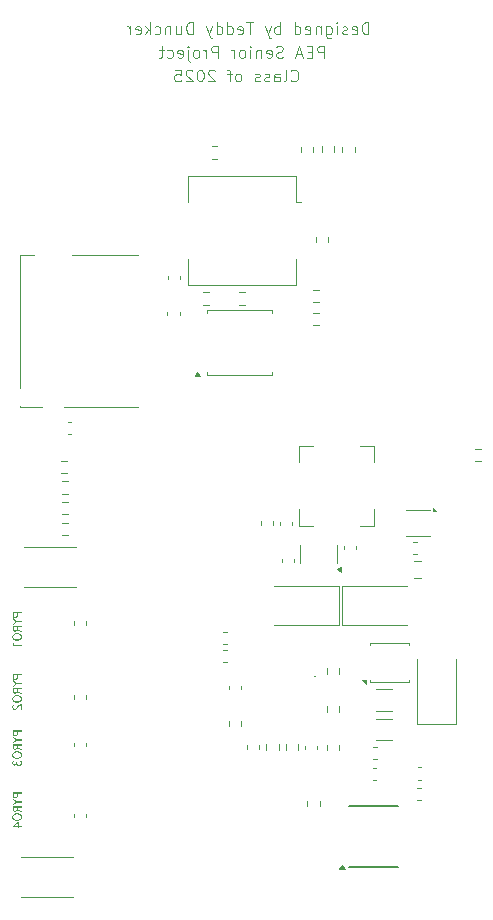
<source format=gbr>
%TF.GenerationSoftware,KiCad,Pcbnew,9.0.0*%
%TF.CreationDate,2025-04-29T18:34:20-04:00*%
%TF.ProjectId,Aurora Orbiton Edition,4175726f-7261-4204-9f72-6269746f6e20,rev?*%
%TF.SameCoordinates,Original*%
%TF.FileFunction,Legend,Bot*%
%TF.FilePolarity,Positive*%
%FSLAX46Y46*%
G04 Gerber Fmt 4.6, Leading zero omitted, Abs format (unit mm)*
G04 Created by KiCad (PCBNEW 9.0.0) date 2025-04-29 18:34:20*
%MOMM*%
%LPD*%
G01*
G04 APERTURE LIST*
%ADD10C,0.100000*%
%ADD11C,0.120000*%
%ADD12C,0.150000*%
G04 APERTURE END LIST*
D10*
G36*
X126831953Y-108918039D02*
G01*
X126533000Y-108918039D01*
X126533000Y-109010790D01*
X126527791Y-109082353D01*
X126513380Y-109140354D01*
X126491008Y-109187307D01*
X126461071Y-109225174D01*
X126422879Y-109256678D01*
X126381003Y-109278918D01*
X126334664Y-109292444D01*
X126282773Y-109297103D01*
X126222503Y-109290629D01*
X126172437Y-109272252D01*
X126143455Y-109252997D01*
X126119601Y-109228453D01*
X126100446Y-109198002D01*
X126088251Y-109163632D01*
X126079323Y-109109750D01*
X126075859Y-109031245D01*
X126151188Y-109031245D01*
X126156460Y-109095958D01*
X126169667Y-109137303D01*
X126188312Y-109162404D01*
X126214780Y-109180334D01*
X126247010Y-109191515D01*
X126286559Y-109195498D01*
X126331793Y-109190798D01*
X126371573Y-109177164D01*
X126407093Y-109154588D01*
X126426694Y-109132532D01*
X126442437Y-109099332D01*
X126453379Y-109051236D01*
X126457590Y-108983496D01*
X126457590Y-108918039D01*
X126151188Y-108918039D01*
X126151188Y-109031245D01*
X126075859Y-109031245D01*
X126075778Y-109029413D01*
X126075778Y-108820341D01*
X126831953Y-108820341D01*
X126831953Y-108918039D01*
G37*
G36*
X126830000Y-109681053D02*
G01*
X126830000Y-109583356D01*
X126473893Y-109583356D01*
X126073824Y-109339296D01*
X126073824Y-109453480D01*
X126379188Y-109642096D01*
X126073824Y-109828026D01*
X126073824Y-109923037D01*
X126473893Y-109681053D01*
X126830000Y-109681053D01*
G37*
G36*
X126830000Y-110103105D02*
G01*
X126505645Y-110103105D01*
X126505645Y-110203122D01*
X126564102Y-110258107D01*
X126631552Y-110302163D01*
X126830000Y-110406699D01*
X126830000Y-110518684D01*
X126606884Y-110398883D01*
X126555959Y-110368475D01*
X126516636Y-110338677D01*
X126490563Y-110302407D01*
X126461736Y-110361041D01*
X126432433Y-110397540D01*
X126397525Y-110424998D01*
X126358855Y-110445472D01*
X126317264Y-110458352D01*
X126274286Y-110462630D01*
X126221272Y-110456246D01*
X126172315Y-110437229D01*
X126130377Y-110407107D01*
X126100446Y-110368719D01*
X126087811Y-110338751D01*
X126079099Y-110296732D01*
X126075778Y-110239148D01*
X126075778Y-110206603D01*
X126151188Y-110206603D01*
X126156827Y-110269291D01*
X126170055Y-110303140D01*
X126191437Y-110328214D01*
X126217072Y-110346188D01*
X126246597Y-110357209D01*
X126280819Y-110361025D01*
X126320074Y-110356375D01*
X126357206Y-110342402D01*
X126389145Y-110320242D01*
X126411734Y-110292088D01*
X126424970Y-110256203D01*
X126430235Y-110199703D01*
X126430235Y-110103105D01*
X126151188Y-110103105D01*
X126151188Y-110206603D01*
X126075778Y-110206603D01*
X126075778Y-110005408D01*
X126830000Y-110005408D01*
X126830000Y-110103105D01*
G37*
G36*
X126549641Y-110590209D02*
G01*
X126629456Y-110608101D01*
X126695191Y-110635931D01*
X126749216Y-110673046D01*
X126795043Y-110721243D01*
X126827178Y-110774916D01*
X126846698Y-110835208D01*
X126853447Y-110903855D01*
X126846701Y-110972533D01*
X126827185Y-111032902D01*
X126795048Y-111086687D01*
X126749216Y-111135031D01*
X126695167Y-111172311D01*
X126629423Y-111200253D01*
X126549616Y-111218211D01*
X126452827Y-111224668D01*
X126356105Y-111218212D01*
X126276349Y-111200254D01*
X126210643Y-111172313D01*
X126156622Y-111135031D01*
X126110760Y-111086684D01*
X126078606Y-111032896D01*
X126059079Y-110972529D01*
X126052396Y-110904527D01*
X126127740Y-110904527D01*
X126133416Y-110953528D01*
X126149824Y-110995704D01*
X126177126Y-111032639D01*
X126216889Y-111065177D01*
X126262123Y-111089252D01*
X126315535Y-111107355D01*
X126378551Y-111118936D01*
X126452827Y-111123063D01*
X126527172Y-111118935D01*
X126590227Y-111107351D01*
X126643656Y-111089248D01*
X126688888Y-111065177D01*
X126728652Y-111032639D01*
X126755953Y-110995704D01*
X126772361Y-110953528D01*
X126778037Y-110904527D01*
X126772368Y-110855556D01*
X126755968Y-110813331D01*
X126728665Y-110776282D01*
X126688888Y-110743571D01*
X126643637Y-110719365D01*
X126590202Y-110701168D01*
X126527154Y-110689527D01*
X126452827Y-110685380D01*
X126378569Y-110689526D01*
X126315560Y-110701164D01*
X126262142Y-110719361D01*
X126216889Y-110743571D01*
X126177113Y-110776282D01*
X126149809Y-110813331D01*
X126133409Y-110855556D01*
X126127740Y-110904527D01*
X126052396Y-110904527D01*
X126052330Y-110903855D01*
X126059082Y-110835212D01*
X126078613Y-110774921D01*
X126110766Y-110721247D01*
X126156622Y-110673046D01*
X126210619Y-110635929D01*
X126276316Y-110608099D01*
X126356079Y-110590208D01*
X126452827Y-110583775D01*
X126549641Y-110590209D01*
G37*
G36*
X126452095Y-111458653D02*
G01*
X126376685Y-111458653D01*
X126376685Y-111515744D01*
X126370869Y-111577598D01*
X126355863Y-111619303D01*
X126331980Y-111653340D01*
X126303534Y-111678838D01*
X126270313Y-111695376D01*
X126233742Y-111700881D01*
X126202688Y-111696703D01*
X126177276Y-111684746D01*
X126156133Y-111664733D01*
X126140857Y-111639214D01*
X126131202Y-111607930D01*
X126127740Y-111569417D01*
X126130021Y-111535767D01*
X126136655Y-111505059D01*
X126148848Y-111478159D01*
X126166392Y-111459324D01*
X126188102Y-111447314D01*
X126209806Y-111443510D01*
X126215301Y-111443510D01*
X126215301Y-111357536D01*
X126209806Y-111357536D01*
X126172538Y-111362818D01*
X126136855Y-111378936D01*
X126101667Y-111407484D01*
X126076148Y-111444202D01*
X126058920Y-111497720D01*
X126052330Y-111573996D01*
X126058429Y-111646118D01*
X126074785Y-111699941D01*
X126099591Y-111739715D01*
X126134212Y-111770626D01*
X126174199Y-111788915D01*
X126221346Y-111795219D01*
X126260669Y-111791162D01*
X126297001Y-111779160D01*
X126330011Y-111759551D01*
X126359954Y-111731777D01*
X126383900Y-111695788D01*
X126404773Y-111641713D01*
X126426833Y-111700461D01*
X126453193Y-111745043D01*
X126483419Y-111778061D01*
X126520200Y-111802772D01*
X126562840Y-111817857D01*
X126612929Y-111823124D01*
X126671141Y-111816163D01*
X126725900Y-111795282D01*
X126778586Y-111759316D01*
X126810166Y-111725022D01*
X126833358Y-111682732D01*
X126848133Y-111630731D01*
X126853447Y-111566669D01*
X126846999Y-111492563D01*
X126829955Y-111439241D01*
X126804415Y-111401500D01*
X126769166Y-111372026D01*
X126732574Y-111355262D01*
X126693468Y-111349720D01*
X126693468Y-111439602D01*
X126698169Y-111439602D01*
X126722527Y-111443818D01*
X126742089Y-111456109D01*
X126758070Y-111477704D01*
X126772623Y-111519079D01*
X126778037Y-111575034D01*
X126773480Y-111619397D01*
X126760512Y-111656673D01*
X126737956Y-111687531D01*
X126704153Y-111710406D01*
X126663868Y-111724111D01*
X126619218Y-111728785D01*
X126574493Y-111722617D01*
X126535361Y-111704466D01*
X126500272Y-111673342D01*
X126475077Y-111633474D01*
X126458363Y-111578671D01*
X126452095Y-111504265D01*
X126452095Y-111458653D01*
G37*
G36*
X126831953Y-114168039D02*
G01*
X126533000Y-114168039D01*
X126533000Y-114260790D01*
X126527791Y-114332353D01*
X126513380Y-114390354D01*
X126491008Y-114437307D01*
X126461071Y-114475174D01*
X126422879Y-114506678D01*
X126381003Y-114528918D01*
X126334664Y-114542444D01*
X126282773Y-114547103D01*
X126222503Y-114540629D01*
X126172437Y-114522252D01*
X126143455Y-114502997D01*
X126119601Y-114478453D01*
X126100446Y-114448002D01*
X126088251Y-114413632D01*
X126079323Y-114359750D01*
X126075859Y-114281245D01*
X126151188Y-114281245D01*
X126156460Y-114345958D01*
X126169667Y-114387303D01*
X126188312Y-114412404D01*
X126214780Y-114430334D01*
X126247010Y-114441515D01*
X126286559Y-114445498D01*
X126331793Y-114440798D01*
X126371573Y-114427164D01*
X126407093Y-114404588D01*
X126426694Y-114382532D01*
X126442437Y-114349332D01*
X126453379Y-114301236D01*
X126457590Y-114233496D01*
X126457590Y-114168039D01*
X126151188Y-114168039D01*
X126151188Y-114281245D01*
X126075859Y-114281245D01*
X126075778Y-114279413D01*
X126075778Y-114070341D01*
X126831953Y-114070341D01*
X126831953Y-114168039D01*
G37*
G36*
X126830000Y-114931053D02*
G01*
X126830000Y-114833356D01*
X126473893Y-114833356D01*
X126073824Y-114589296D01*
X126073824Y-114703480D01*
X126379188Y-114892096D01*
X126073824Y-115078026D01*
X126073824Y-115173037D01*
X126473893Y-114931053D01*
X126830000Y-114931053D01*
G37*
G36*
X126830000Y-115353105D02*
G01*
X126505645Y-115353105D01*
X126505645Y-115453122D01*
X126564102Y-115508107D01*
X126631552Y-115552163D01*
X126830000Y-115656699D01*
X126830000Y-115768684D01*
X126606884Y-115648883D01*
X126555959Y-115618475D01*
X126516636Y-115588677D01*
X126490563Y-115552407D01*
X126461736Y-115611041D01*
X126432433Y-115647540D01*
X126397525Y-115674998D01*
X126358855Y-115695472D01*
X126317264Y-115708352D01*
X126274286Y-115712630D01*
X126221272Y-115706246D01*
X126172315Y-115687229D01*
X126130377Y-115657107D01*
X126100446Y-115618719D01*
X126087811Y-115588751D01*
X126079099Y-115546732D01*
X126075778Y-115489148D01*
X126075778Y-115456603D01*
X126151188Y-115456603D01*
X126156827Y-115519291D01*
X126170055Y-115553140D01*
X126191437Y-115578214D01*
X126217072Y-115596188D01*
X126246597Y-115607209D01*
X126280819Y-115611025D01*
X126320074Y-115606375D01*
X126357206Y-115592402D01*
X126389145Y-115570242D01*
X126411734Y-115542088D01*
X126424970Y-115506203D01*
X126430235Y-115449703D01*
X126430235Y-115353105D01*
X126151188Y-115353105D01*
X126151188Y-115456603D01*
X126075778Y-115456603D01*
X126075778Y-115255408D01*
X126830000Y-115255408D01*
X126830000Y-115353105D01*
G37*
G36*
X126549641Y-115840209D02*
G01*
X126629456Y-115858101D01*
X126695191Y-115885931D01*
X126749216Y-115923046D01*
X126795043Y-115971243D01*
X126827178Y-116024916D01*
X126846698Y-116085208D01*
X126853447Y-116153855D01*
X126846701Y-116222533D01*
X126827185Y-116282902D01*
X126795048Y-116336687D01*
X126749216Y-116385031D01*
X126695167Y-116422311D01*
X126629423Y-116450253D01*
X126549616Y-116468211D01*
X126452827Y-116474668D01*
X126356105Y-116468212D01*
X126276349Y-116450254D01*
X126210643Y-116422313D01*
X126156622Y-116385031D01*
X126110760Y-116336684D01*
X126078606Y-116282896D01*
X126059079Y-116222529D01*
X126052396Y-116154527D01*
X126127740Y-116154527D01*
X126133416Y-116203528D01*
X126149824Y-116245704D01*
X126177126Y-116282639D01*
X126216889Y-116315177D01*
X126262123Y-116339252D01*
X126315535Y-116357355D01*
X126378551Y-116368936D01*
X126452827Y-116373063D01*
X126527172Y-116368935D01*
X126590227Y-116357351D01*
X126643656Y-116339248D01*
X126688888Y-116315177D01*
X126728652Y-116282639D01*
X126755953Y-116245704D01*
X126772361Y-116203528D01*
X126778037Y-116154527D01*
X126772368Y-116105556D01*
X126755968Y-116063331D01*
X126728665Y-116026282D01*
X126688888Y-115993571D01*
X126643637Y-115969365D01*
X126590202Y-115951168D01*
X126527154Y-115939527D01*
X126452827Y-115935380D01*
X126378569Y-115939526D01*
X126315560Y-115951164D01*
X126262142Y-115969361D01*
X126216889Y-115993571D01*
X126177113Y-116026282D01*
X126149809Y-116063331D01*
X126133409Y-116105556D01*
X126127740Y-116154527D01*
X126052396Y-116154527D01*
X126052330Y-116153855D01*
X126059082Y-116085212D01*
X126078613Y-116024921D01*
X126110766Y-115971247D01*
X126156622Y-115923046D01*
X126210619Y-115885929D01*
X126276316Y-115858099D01*
X126356079Y-115840208D01*
X126452827Y-115833775D01*
X126549641Y-115840209D01*
G37*
G36*
X126599434Y-116931891D02*
G01*
X126830000Y-116931891D01*
X126830000Y-117021772D01*
X126599434Y-117021772D01*
X126599434Y-117127285D01*
X126524024Y-117127285D01*
X126524024Y-117021772D01*
X126075778Y-117021772D01*
X126075778Y-116931891D01*
X126195334Y-116931891D01*
X126524024Y-116931891D01*
X126524024Y-116668780D01*
X126195334Y-116931891D01*
X126075778Y-116931891D01*
X126524024Y-116568457D01*
X126599434Y-116568457D01*
X126599434Y-116931891D01*
G37*
X149624687Y-53777180D02*
X149672306Y-53824800D01*
X149672306Y-53824800D02*
X149815163Y-53872419D01*
X149815163Y-53872419D02*
X149910401Y-53872419D01*
X149910401Y-53872419D02*
X150053258Y-53824800D01*
X150053258Y-53824800D02*
X150148496Y-53729561D01*
X150148496Y-53729561D02*
X150196115Y-53634323D01*
X150196115Y-53634323D02*
X150243734Y-53443847D01*
X150243734Y-53443847D02*
X150243734Y-53300990D01*
X150243734Y-53300990D02*
X150196115Y-53110514D01*
X150196115Y-53110514D02*
X150148496Y-53015276D01*
X150148496Y-53015276D02*
X150053258Y-52920038D01*
X150053258Y-52920038D02*
X149910401Y-52872419D01*
X149910401Y-52872419D02*
X149815163Y-52872419D01*
X149815163Y-52872419D02*
X149672306Y-52920038D01*
X149672306Y-52920038D02*
X149624687Y-52967657D01*
X149053258Y-53872419D02*
X149148496Y-53824800D01*
X149148496Y-53824800D02*
X149196115Y-53729561D01*
X149196115Y-53729561D02*
X149196115Y-52872419D01*
X148243734Y-53872419D02*
X148243734Y-53348609D01*
X148243734Y-53348609D02*
X148291353Y-53253371D01*
X148291353Y-53253371D02*
X148386591Y-53205752D01*
X148386591Y-53205752D02*
X148577067Y-53205752D01*
X148577067Y-53205752D02*
X148672305Y-53253371D01*
X148243734Y-53824800D02*
X148338972Y-53872419D01*
X148338972Y-53872419D02*
X148577067Y-53872419D01*
X148577067Y-53872419D02*
X148672305Y-53824800D01*
X148672305Y-53824800D02*
X148719924Y-53729561D01*
X148719924Y-53729561D02*
X148719924Y-53634323D01*
X148719924Y-53634323D02*
X148672305Y-53539085D01*
X148672305Y-53539085D02*
X148577067Y-53491466D01*
X148577067Y-53491466D02*
X148338972Y-53491466D01*
X148338972Y-53491466D02*
X148243734Y-53443847D01*
X147815162Y-53824800D02*
X147719924Y-53872419D01*
X147719924Y-53872419D02*
X147529448Y-53872419D01*
X147529448Y-53872419D02*
X147434210Y-53824800D01*
X147434210Y-53824800D02*
X147386591Y-53729561D01*
X147386591Y-53729561D02*
X147386591Y-53681942D01*
X147386591Y-53681942D02*
X147434210Y-53586704D01*
X147434210Y-53586704D02*
X147529448Y-53539085D01*
X147529448Y-53539085D02*
X147672305Y-53539085D01*
X147672305Y-53539085D02*
X147767543Y-53491466D01*
X147767543Y-53491466D02*
X147815162Y-53396228D01*
X147815162Y-53396228D02*
X147815162Y-53348609D01*
X147815162Y-53348609D02*
X147767543Y-53253371D01*
X147767543Y-53253371D02*
X147672305Y-53205752D01*
X147672305Y-53205752D02*
X147529448Y-53205752D01*
X147529448Y-53205752D02*
X147434210Y-53253371D01*
X147005638Y-53824800D02*
X146910400Y-53872419D01*
X146910400Y-53872419D02*
X146719924Y-53872419D01*
X146719924Y-53872419D02*
X146624686Y-53824800D01*
X146624686Y-53824800D02*
X146577067Y-53729561D01*
X146577067Y-53729561D02*
X146577067Y-53681942D01*
X146577067Y-53681942D02*
X146624686Y-53586704D01*
X146624686Y-53586704D02*
X146719924Y-53539085D01*
X146719924Y-53539085D02*
X146862781Y-53539085D01*
X146862781Y-53539085D02*
X146958019Y-53491466D01*
X146958019Y-53491466D02*
X147005638Y-53396228D01*
X147005638Y-53396228D02*
X147005638Y-53348609D01*
X147005638Y-53348609D02*
X146958019Y-53253371D01*
X146958019Y-53253371D02*
X146862781Y-53205752D01*
X146862781Y-53205752D02*
X146719924Y-53205752D01*
X146719924Y-53205752D02*
X146624686Y-53253371D01*
X145243733Y-53872419D02*
X145338971Y-53824800D01*
X145338971Y-53824800D02*
X145386590Y-53777180D01*
X145386590Y-53777180D02*
X145434209Y-53681942D01*
X145434209Y-53681942D02*
X145434209Y-53396228D01*
X145434209Y-53396228D02*
X145386590Y-53300990D01*
X145386590Y-53300990D02*
X145338971Y-53253371D01*
X145338971Y-53253371D02*
X145243733Y-53205752D01*
X145243733Y-53205752D02*
X145100876Y-53205752D01*
X145100876Y-53205752D02*
X145005638Y-53253371D01*
X145005638Y-53253371D02*
X144958019Y-53300990D01*
X144958019Y-53300990D02*
X144910400Y-53396228D01*
X144910400Y-53396228D02*
X144910400Y-53681942D01*
X144910400Y-53681942D02*
X144958019Y-53777180D01*
X144958019Y-53777180D02*
X145005638Y-53824800D01*
X145005638Y-53824800D02*
X145100876Y-53872419D01*
X145100876Y-53872419D02*
X145243733Y-53872419D01*
X144624685Y-53205752D02*
X144243733Y-53205752D01*
X144481828Y-53872419D02*
X144481828Y-53015276D01*
X144481828Y-53015276D02*
X144434209Y-52920038D01*
X144434209Y-52920038D02*
X144338971Y-52872419D01*
X144338971Y-52872419D02*
X144243733Y-52872419D01*
X143196113Y-52967657D02*
X143148494Y-52920038D01*
X143148494Y-52920038D02*
X143053256Y-52872419D01*
X143053256Y-52872419D02*
X142815161Y-52872419D01*
X142815161Y-52872419D02*
X142719923Y-52920038D01*
X142719923Y-52920038D02*
X142672304Y-52967657D01*
X142672304Y-52967657D02*
X142624685Y-53062895D01*
X142624685Y-53062895D02*
X142624685Y-53158133D01*
X142624685Y-53158133D02*
X142672304Y-53300990D01*
X142672304Y-53300990D02*
X143243732Y-53872419D01*
X143243732Y-53872419D02*
X142624685Y-53872419D01*
X142005637Y-52872419D02*
X141910399Y-52872419D01*
X141910399Y-52872419D02*
X141815161Y-52920038D01*
X141815161Y-52920038D02*
X141767542Y-52967657D01*
X141767542Y-52967657D02*
X141719923Y-53062895D01*
X141719923Y-53062895D02*
X141672304Y-53253371D01*
X141672304Y-53253371D02*
X141672304Y-53491466D01*
X141672304Y-53491466D02*
X141719923Y-53681942D01*
X141719923Y-53681942D02*
X141767542Y-53777180D01*
X141767542Y-53777180D02*
X141815161Y-53824800D01*
X141815161Y-53824800D02*
X141910399Y-53872419D01*
X141910399Y-53872419D02*
X142005637Y-53872419D01*
X142005637Y-53872419D02*
X142100875Y-53824800D01*
X142100875Y-53824800D02*
X142148494Y-53777180D01*
X142148494Y-53777180D02*
X142196113Y-53681942D01*
X142196113Y-53681942D02*
X142243732Y-53491466D01*
X142243732Y-53491466D02*
X142243732Y-53253371D01*
X142243732Y-53253371D02*
X142196113Y-53062895D01*
X142196113Y-53062895D02*
X142148494Y-52967657D01*
X142148494Y-52967657D02*
X142100875Y-52920038D01*
X142100875Y-52920038D02*
X142005637Y-52872419D01*
X141291351Y-52967657D02*
X141243732Y-52920038D01*
X141243732Y-52920038D02*
X141148494Y-52872419D01*
X141148494Y-52872419D02*
X140910399Y-52872419D01*
X140910399Y-52872419D02*
X140815161Y-52920038D01*
X140815161Y-52920038D02*
X140767542Y-52967657D01*
X140767542Y-52967657D02*
X140719923Y-53062895D01*
X140719923Y-53062895D02*
X140719923Y-53158133D01*
X140719923Y-53158133D02*
X140767542Y-53300990D01*
X140767542Y-53300990D02*
X141338970Y-53872419D01*
X141338970Y-53872419D02*
X140719923Y-53872419D01*
X139815161Y-52872419D02*
X140291351Y-52872419D01*
X140291351Y-52872419D02*
X140338970Y-53348609D01*
X140338970Y-53348609D02*
X140291351Y-53300990D01*
X140291351Y-53300990D02*
X140196113Y-53253371D01*
X140196113Y-53253371D02*
X139958018Y-53253371D01*
X139958018Y-53253371D02*
X139862780Y-53300990D01*
X139862780Y-53300990D02*
X139815161Y-53348609D01*
X139815161Y-53348609D02*
X139767542Y-53443847D01*
X139767542Y-53443847D02*
X139767542Y-53681942D01*
X139767542Y-53681942D02*
X139815161Y-53777180D01*
X139815161Y-53777180D02*
X139862780Y-53824800D01*
X139862780Y-53824800D02*
X139958018Y-53872419D01*
X139958018Y-53872419D02*
X140196113Y-53872419D01*
X140196113Y-53872419D02*
X140291351Y-53824800D01*
X140291351Y-53824800D02*
X140338970Y-53777180D01*
X156196115Y-49872419D02*
X156196115Y-48872419D01*
X156196115Y-48872419D02*
X155958020Y-48872419D01*
X155958020Y-48872419D02*
X155815163Y-48920038D01*
X155815163Y-48920038D02*
X155719925Y-49015276D01*
X155719925Y-49015276D02*
X155672306Y-49110514D01*
X155672306Y-49110514D02*
X155624687Y-49300990D01*
X155624687Y-49300990D02*
X155624687Y-49443847D01*
X155624687Y-49443847D02*
X155672306Y-49634323D01*
X155672306Y-49634323D02*
X155719925Y-49729561D01*
X155719925Y-49729561D02*
X155815163Y-49824800D01*
X155815163Y-49824800D02*
X155958020Y-49872419D01*
X155958020Y-49872419D02*
X156196115Y-49872419D01*
X154815163Y-49824800D02*
X154910401Y-49872419D01*
X154910401Y-49872419D02*
X155100877Y-49872419D01*
X155100877Y-49872419D02*
X155196115Y-49824800D01*
X155196115Y-49824800D02*
X155243734Y-49729561D01*
X155243734Y-49729561D02*
X155243734Y-49348609D01*
X155243734Y-49348609D02*
X155196115Y-49253371D01*
X155196115Y-49253371D02*
X155100877Y-49205752D01*
X155100877Y-49205752D02*
X154910401Y-49205752D01*
X154910401Y-49205752D02*
X154815163Y-49253371D01*
X154815163Y-49253371D02*
X154767544Y-49348609D01*
X154767544Y-49348609D02*
X154767544Y-49443847D01*
X154767544Y-49443847D02*
X155243734Y-49539085D01*
X154386591Y-49824800D02*
X154291353Y-49872419D01*
X154291353Y-49872419D02*
X154100877Y-49872419D01*
X154100877Y-49872419D02*
X154005639Y-49824800D01*
X154005639Y-49824800D02*
X153958020Y-49729561D01*
X153958020Y-49729561D02*
X153958020Y-49681942D01*
X153958020Y-49681942D02*
X154005639Y-49586704D01*
X154005639Y-49586704D02*
X154100877Y-49539085D01*
X154100877Y-49539085D02*
X154243734Y-49539085D01*
X154243734Y-49539085D02*
X154338972Y-49491466D01*
X154338972Y-49491466D02*
X154386591Y-49396228D01*
X154386591Y-49396228D02*
X154386591Y-49348609D01*
X154386591Y-49348609D02*
X154338972Y-49253371D01*
X154338972Y-49253371D02*
X154243734Y-49205752D01*
X154243734Y-49205752D02*
X154100877Y-49205752D01*
X154100877Y-49205752D02*
X154005639Y-49253371D01*
X153529448Y-49872419D02*
X153529448Y-49205752D01*
X153529448Y-48872419D02*
X153577067Y-48920038D01*
X153577067Y-48920038D02*
X153529448Y-48967657D01*
X153529448Y-48967657D02*
X153481829Y-48920038D01*
X153481829Y-48920038D02*
X153529448Y-48872419D01*
X153529448Y-48872419D02*
X153529448Y-48967657D01*
X152624687Y-49205752D02*
X152624687Y-50015276D01*
X152624687Y-50015276D02*
X152672306Y-50110514D01*
X152672306Y-50110514D02*
X152719925Y-50158133D01*
X152719925Y-50158133D02*
X152815163Y-50205752D01*
X152815163Y-50205752D02*
X152958020Y-50205752D01*
X152958020Y-50205752D02*
X153053258Y-50158133D01*
X152624687Y-49824800D02*
X152719925Y-49872419D01*
X152719925Y-49872419D02*
X152910401Y-49872419D01*
X152910401Y-49872419D02*
X153005639Y-49824800D01*
X153005639Y-49824800D02*
X153053258Y-49777180D01*
X153053258Y-49777180D02*
X153100877Y-49681942D01*
X153100877Y-49681942D02*
X153100877Y-49396228D01*
X153100877Y-49396228D02*
X153053258Y-49300990D01*
X153053258Y-49300990D02*
X153005639Y-49253371D01*
X153005639Y-49253371D02*
X152910401Y-49205752D01*
X152910401Y-49205752D02*
X152719925Y-49205752D01*
X152719925Y-49205752D02*
X152624687Y-49253371D01*
X152148496Y-49205752D02*
X152148496Y-49872419D01*
X152148496Y-49300990D02*
X152100877Y-49253371D01*
X152100877Y-49253371D02*
X152005639Y-49205752D01*
X152005639Y-49205752D02*
X151862782Y-49205752D01*
X151862782Y-49205752D02*
X151767544Y-49253371D01*
X151767544Y-49253371D02*
X151719925Y-49348609D01*
X151719925Y-49348609D02*
X151719925Y-49872419D01*
X150862782Y-49824800D02*
X150958020Y-49872419D01*
X150958020Y-49872419D02*
X151148496Y-49872419D01*
X151148496Y-49872419D02*
X151243734Y-49824800D01*
X151243734Y-49824800D02*
X151291353Y-49729561D01*
X151291353Y-49729561D02*
X151291353Y-49348609D01*
X151291353Y-49348609D02*
X151243734Y-49253371D01*
X151243734Y-49253371D02*
X151148496Y-49205752D01*
X151148496Y-49205752D02*
X150958020Y-49205752D01*
X150958020Y-49205752D02*
X150862782Y-49253371D01*
X150862782Y-49253371D02*
X150815163Y-49348609D01*
X150815163Y-49348609D02*
X150815163Y-49443847D01*
X150815163Y-49443847D02*
X151291353Y-49539085D01*
X149958020Y-49872419D02*
X149958020Y-48872419D01*
X149958020Y-49824800D02*
X150053258Y-49872419D01*
X150053258Y-49872419D02*
X150243734Y-49872419D01*
X150243734Y-49872419D02*
X150338972Y-49824800D01*
X150338972Y-49824800D02*
X150386591Y-49777180D01*
X150386591Y-49777180D02*
X150434210Y-49681942D01*
X150434210Y-49681942D02*
X150434210Y-49396228D01*
X150434210Y-49396228D02*
X150386591Y-49300990D01*
X150386591Y-49300990D02*
X150338972Y-49253371D01*
X150338972Y-49253371D02*
X150243734Y-49205752D01*
X150243734Y-49205752D02*
X150053258Y-49205752D01*
X150053258Y-49205752D02*
X149958020Y-49253371D01*
X148719924Y-49872419D02*
X148719924Y-48872419D01*
X148719924Y-49253371D02*
X148624686Y-49205752D01*
X148624686Y-49205752D02*
X148434210Y-49205752D01*
X148434210Y-49205752D02*
X148338972Y-49253371D01*
X148338972Y-49253371D02*
X148291353Y-49300990D01*
X148291353Y-49300990D02*
X148243734Y-49396228D01*
X148243734Y-49396228D02*
X148243734Y-49681942D01*
X148243734Y-49681942D02*
X148291353Y-49777180D01*
X148291353Y-49777180D02*
X148338972Y-49824800D01*
X148338972Y-49824800D02*
X148434210Y-49872419D01*
X148434210Y-49872419D02*
X148624686Y-49872419D01*
X148624686Y-49872419D02*
X148719924Y-49824800D01*
X147910400Y-49205752D02*
X147672305Y-49872419D01*
X147434210Y-49205752D02*
X147672305Y-49872419D01*
X147672305Y-49872419D02*
X147767543Y-50110514D01*
X147767543Y-50110514D02*
X147815162Y-50158133D01*
X147815162Y-50158133D02*
X147910400Y-50205752D01*
X146434209Y-48872419D02*
X145862781Y-48872419D01*
X146148495Y-49872419D02*
X146148495Y-48872419D01*
X145148495Y-49824800D02*
X145243733Y-49872419D01*
X145243733Y-49872419D02*
X145434209Y-49872419D01*
X145434209Y-49872419D02*
X145529447Y-49824800D01*
X145529447Y-49824800D02*
X145577066Y-49729561D01*
X145577066Y-49729561D02*
X145577066Y-49348609D01*
X145577066Y-49348609D02*
X145529447Y-49253371D01*
X145529447Y-49253371D02*
X145434209Y-49205752D01*
X145434209Y-49205752D02*
X145243733Y-49205752D01*
X145243733Y-49205752D02*
X145148495Y-49253371D01*
X145148495Y-49253371D02*
X145100876Y-49348609D01*
X145100876Y-49348609D02*
X145100876Y-49443847D01*
X145100876Y-49443847D02*
X145577066Y-49539085D01*
X144243733Y-49872419D02*
X144243733Y-48872419D01*
X144243733Y-49824800D02*
X144338971Y-49872419D01*
X144338971Y-49872419D02*
X144529447Y-49872419D01*
X144529447Y-49872419D02*
X144624685Y-49824800D01*
X144624685Y-49824800D02*
X144672304Y-49777180D01*
X144672304Y-49777180D02*
X144719923Y-49681942D01*
X144719923Y-49681942D02*
X144719923Y-49396228D01*
X144719923Y-49396228D02*
X144672304Y-49300990D01*
X144672304Y-49300990D02*
X144624685Y-49253371D01*
X144624685Y-49253371D02*
X144529447Y-49205752D01*
X144529447Y-49205752D02*
X144338971Y-49205752D01*
X144338971Y-49205752D02*
X144243733Y-49253371D01*
X143338971Y-49872419D02*
X143338971Y-48872419D01*
X143338971Y-49824800D02*
X143434209Y-49872419D01*
X143434209Y-49872419D02*
X143624685Y-49872419D01*
X143624685Y-49872419D02*
X143719923Y-49824800D01*
X143719923Y-49824800D02*
X143767542Y-49777180D01*
X143767542Y-49777180D02*
X143815161Y-49681942D01*
X143815161Y-49681942D02*
X143815161Y-49396228D01*
X143815161Y-49396228D02*
X143767542Y-49300990D01*
X143767542Y-49300990D02*
X143719923Y-49253371D01*
X143719923Y-49253371D02*
X143624685Y-49205752D01*
X143624685Y-49205752D02*
X143434209Y-49205752D01*
X143434209Y-49205752D02*
X143338971Y-49253371D01*
X142958018Y-49205752D02*
X142719923Y-49872419D01*
X142481828Y-49205752D02*
X142719923Y-49872419D01*
X142719923Y-49872419D02*
X142815161Y-50110514D01*
X142815161Y-50110514D02*
X142862780Y-50158133D01*
X142862780Y-50158133D02*
X142958018Y-50205752D01*
X141338970Y-49872419D02*
X141338970Y-48872419D01*
X141338970Y-48872419D02*
X141100875Y-48872419D01*
X141100875Y-48872419D02*
X140958018Y-48920038D01*
X140958018Y-48920038D02*
X140862780Y-49015276D01*
X140862780Y-49015276D02*
X140815161Y-49110514D01*
X140815161Y-49110514D02*
X140767542Y-49300990D01*
X140767542Y-49300990D02*
X140767542Y-49443847D01*
X140767542Y-49443847D02*
X140815161Y-49634323D01*
X140815161Y-49634323D02*
X140862780Y-49729561D01*
X140862780Y-49729561D02*
X140958018Y-49824800D01*
X140958018Y-49824800D02*
X141100875Y-49872419D01*
X141100875Y-49872419D02*
X141338970Y-49872419D01*
X139910399Y-49205752D02*
X139910399Y-49872419D01*
X140338970Y-49205752D02*
X140338970Y-49729561D01*
X140338970Y-49729561D02*
X140291351Y-49824800D01*
X140291351Y-49824800D02*
X140196113Y-49872419D01*
X140196113Y-49872419D02*
X140053256Y-49872419D01*
X140053256Y-49872419D02*
X139958018Y-49824800D01*
X139958018Y-49824800D02*
X139910399Y-49777180D01*
X139434208Y-49205752D02*
X139434208Y-49872419D01*
X139434208Y-49300990D02*
X139386589Y-49253371D01*
X139386589Y-49253371D02*
X139291351Y-49205752D01*
X139291351Y-49205752D02*
X139148494Y-49205752D01*
X139148494Y-49205752D02*
X139053256Y-49253371D01*
X139053256Y-49253371D02*
X139005637Y-49348609D01*
X139005637Y-49348609D02*
X139005637Y-49872419D01*
X138100875Y-49824800D02*
X138196113Y-49872419D01*
X138196113Y-49872419D02*
X138386589Y-49872419D01*
X138386589Y-49872419D02*
X138481827Y-49824800D01*
X138481827Y-49824800D02*
X138529446Y-49777180D01*
X138529446Y-49777180D02*
X138577065Y-49681942D01*
X138577065Y-49681942D02*
X138577065Y-49396228D01*
X138577065Y-49396228D02*
X138529446Y-49300990D01*
X138529446Y-49300990D02*
X138481827Y-49253371D01*
X138481827Y-49253371D02*
X138386589Y-49205752D01*
X138386589Y-49205752D02*
X138196113Y-49205752D01*
X138196113Y-49205752D02*
X138100875Y-49253371D01*
X137672303Y-49872419D02*
X137672303Y-48872419D01*
X137577065Y-49491466D02*
X137291351Y-49872419D01*
X137291351Y-49205752D02*
X137672303Y-49586704D01*
X136481827Y-49824800D02*
X136577065Y-49872419D01*
X136577065Y-49872419D02*
X136767541Y-49872419D01*
X136767541Y-49872419D02*
X136862779Y-49824800D01*
X136862779Y-49824800D02*
X136910398Y-49729561D01*
X136910398Y-49729561D02*
X136910398Y-49348609D01*
X136910398Y-49348609D02*
X136862779Y-49253371D01*
X136862779Y-49253371D02*
X136767541Y-49205752D01*
X136767541Y-49205752D02*
X136577065Y-49205752D01*
X136577065Y-49205752D02*
X136481827Y-49253371D01*
X136481827Y-49253371D02*
X136434208Y-49348609D01*
X136434208Y-49348609D02*
X136434208Y-49443847D01*
X136434208Y-49443847D02*
X136910398Y-49539085D01*
X136005636Y-49872419D02*
X136005636Y-49205752D01*
X136005636Y-49396228D02*
X135958017Y-49300990D01*
X135958017Y-49300990D02*
X135910398Y-49253371D01*
X135910398Y-49253371D02*
X135815160Y-49205752D01*
X135815160Y-49205752D02*
X135719922Y-49205752D01*
X152446115Y-51872419D02*
X152446115Y-50872419D01*
X152446115Y-50872419D02*
X152065163Y-50872419D01*
X152065163Y-50872419D02*
X151969925Y-50920038D01*
X151969925Y-50920038D02*
X151922306Y-50967657D01*
X151922306Y-50967657D02*
X151874687Y-51062895D01*
X151874687Y-51062895D02*
X151874687Y-51205752D01*
X151874687Y-51205752D02*
X151922306Y-51300990D01*
X151922306Y-51300990D02*
X151969925Y-51348609D01*
X151969925Y-51348609D02*
X152065163Y-51396228D01*
X152065163Y-51396228D02*
X152446115Y-51396228D01*
X151446115Y-51348609D02*
X151112782Y-51348609D01*
X150969925Y-51872419D02*
X151446115Y-51872419D01*
X151446115Y-51872419D02*
X151446115Y-50872419D01*
X151446115Y-50872419D02*
X150969925Y-50872419D01*
X150588972Y-51586704D02*
X150112782Y-51586704D01*
X150684210Y-51872419D02*
X150350877Y-50872419D01*
X150350877Y-50872419D02*
X150017544Y-51872419D01*
X148969924Y-51824800D02*
X148827067Y-51872419D01*
X148827067Y-51872419D02*
X148588972Y-51872419D01*
X148588972Y-51872419D02*
X148493734Y-51824800D01*
X148493734Y-51824800D02*
X148446115Y-51777180D01*
X148446115Y-51777180D02*
X148398496Y-51681942D01*
X148398496Y-51681942D02*
X148398496Y-51586704D01*
X148398496Y-51586704D02*
X148446115Y-51491466D01*
X148446115Y-51491466D02*
X148493734Y-51443847D01*
X148493734Y-51443847D02*
X148588972Y-51396228D01*
X148588972Y-51396228D02*
X148779448Y-51348609D01*
X148779448Y-51348609D02*
X148874686Y-51300990D01*
X148874686Y-51300990D02*
X148922305Y-51253371D01*
X148922305Y-51253371D02*
X148969924Y-51158133D01*
X148969924Y-51158133D02*
X148969924Y-51062895D01*
X148969924Y-51062895D02*
X148922305Y-50967657D01*
X148922305Y-50967657D02*
X148874686Y-50920038D01*
X148874686Y-50920038D02*
X148779448Y-50872419D01*
X148779448Y-50872419D02*
X148541353Y-50872419D01*
X148541353Y-50872419D02*
X148398496Y-50920038D01*
X147588972Y-51824800D02*
X147684210Y-51872419D01*
X147684210Y-51872419D02*
X147874686Y-51872419D01*
X147874686Y-51872419D02*
X147969924Y-51824800D01*
X147969924Y-51824800D02*
X148017543Y-51729561D01*
X148017543Y-51729561D02*
X148017543Y-51348609D01*
X148017543Y-51348609D02*
X147969924Y-51253371D01*
X147969924Y-51253371D02*
X147874686Y-51205752D01*
X147874686Y-51205752D02*
X147684210Y-51205752D01*
X147684210Y-51205752D02*
X147588972Y-51253371D01*
X147588972Y-51253371D02*
X147541353Y-51348609D01*
X147541353Y-51348609D02*
X147541353Y-51443847D01*
X147541353Y-51443847D02*
X148017543Y-51539085D01*
X147112781Y-51205752D02*
X147112781Y-51872419D01*
X147112781Y-51300990D02*
X147065162Y-51253371D01*
X147065162Y-51253371D02*
X146969924Y-51205752D01*
X146969924Y-51205752D02*
X146827067Y-51205752D01*
X146827067Y-51205752D02*
X146731829Y-51253371D01*
X146731829Y-51253371D02*
X146684210Y-51348609D01*
X146684210Y-51348609D02*
X146684210Y-51872419D01*
X146208019Y-51872419D02*
X146208019Y-51205752D01*
X146208019Y-50872419D02*
X146255638Y-50920038D01*
X146255638Y-50920038D02*
X146208019Y-50967657D01*
X146208019Y-50967657D02*
X146160400Y-50920038D01*
X146160400Y-50920038D02*
X146208019Y-50872419D01*
X146208019Y-50872419D02*
X146208019Y-50967657D01*
X145588972Y-51872419D02*
X145684210Y-51824800D01*
X145684210Y-51824800D02*
X145731829Y-51777180D01*
X145731829Y-51777180D02*
X145779448Y-51681942D01*
X145779448Y-51681942D02*
X145779448Y-51396228D01*
X145779448Y-51396228D02*
X145731829Y-51300990D01*
X145731829Y-51300990D02*
X145684210Y-51253371D01*
X145684210Y-51253371D02*
X145588972Y-51205752D01*
X145588972Y-51205752D02*
X145446115Y-51205752D01*
X145446115Y-51205752D02*
X145350877Y-51253371D01*
X145350877Y-51253371D02*
X145303258Y-51300990D01*
X145303258Y-51300990D02*
X145255639Y-51396228D01*
X145255639Y-51396228D02*
X145255639Y-51681942D01*
X145255639Y-51681942D02*
X145303258Y-51777180D01*
X145303258Y-51777180D02*
X145350877Y-51824800D01*
X145350877Y-51824800D02*
X145446115Y-51872419D01*
X145446115Y-51872419D02*
X145588972Y-51872419D01*
X144827067Y-51872419D02*
X144827067Y-51205752D01*
X144827067Y-51396228D02*
X144779448Y-51300990D01*
X144779448Y-51300990D02*
X144731829Y-51253371D01*
X144731829Y-51253371D02*
X144636591Y-51205752D01*
X144636591Y-51205752D02*
X144541353Y-51205752D01*
X143446114Y-51872419D02*
X143446114Y-50872419D01*
X143446114Y-50872419D02*
X143065162Y-50872419D01*
X143065162Y-50872419D02*
X142969924Y-50920038D01*
X142969924Y-50920038D02*
X142922305Y-50967657D01*
X142922305Y-50967657D02*
X142874686Y-51062895D01*
X142874686Y-51062895D02*
X142874686Y-51205752D01*
X142874686Y-51205752D02*
X142922305Y-51300990D01*
X142922305Y-51300990D02*
X142969924Y-51348609D01*
X142969924Y-51348609D02*
X143065162Y-51396228D01*
X143065162Y-51396228D02*
X143446114Y-51396228D01*
X142446114Y-51872419D02*
X142446114Y-51205752D01*
X142446114Y-51396228D02*
X142398495Y-51300990D01*
X142398495Y-51300990D02*
X142350876Y-51253371D01*
X142350876Y-51253371D02*
X142255638Y-51205752D01*
X142255638Y-51205752D02*
X142160400Y-51205752D01*
X141684209Y-51872419D02*
X141779447Y-51824800D01*
X141779447Y-51824800D02*
X141827066Y-51777180D01*
X141827066Y-51777180D02*
X141874685Y-51681942D01*
X141874685Y-51681942D02*
X141874685Y-51396228D01*
X141874685Y-51396228D02*
X141827066Y-51300990D01*
X141827066Y-51300990D02*
X141779447Y-51253371D01*
X141779447Y-51253371D02*
X141684209Y-51205752D01*
X141684209Y-51205752D02*
X141541352Y-51205752D01*
X141541352Y-51205752D02*
X141446114Y-51253371D01*
X141446114Y-51253371D02*
X141398495Y-51300990D01*
X141398495Y-51300990D02*
X141350876Y-51396228D01*
X141350876Y-51396228D02*
X141350876Y-51681942D01*
X141350876Y-51681942D02*
X141398495Y-51777180D01*
X141398495Y-51777180D02*
X141446114Y-51824800D01*
X141446114Y-51824800D02*
X141541352Y-51872419D01*
X141541352Y-51872419D02*
X141684209Y-51872419D01*
X140922304Y-51205752D02*
X140922304Y-52062895D01*
X140922304Y-52062895D02*
X140969923Y-52158133D01*
X140969923Y-52158133D02*
X141065161Y-52205752D01*
X141065161Y-52205752D02*
X141112780Y-52205752D01*
X140922304Y-50872419D02*
X140969923Y-50920038D01*
X140969923Y-50920038D02*
X140922304Y-50967657D01*
X140922304Y-50967657D02*
X140874685Y-50920038D01*
X140874685Y-50920038D02*
X140922304Y-50872419D01*
X140922304Y-50872419D02*
X140922304Y-50967657D01*
X140065162Y-51824800D02*
X140160400Y-51872419D01*
X140160400Y-51872419D02*
X140350876Y-51872419D01*
X140350876Y-51872419D02*
X140446114Y-51824800D01*
X140446114Y-51824800D02*
X140493733Y-51729561D01*
X140493733Y-51729561D02*
X140493733Y-51348609D01*
X140493733Y-51348609D02*
X140446114Y-51253371D01*
X140446114Y-51253371D02*
X140350876Y-51205752D01*
X140350876Y-51205752D02*
X140160400Y-51205752D01*
X140160400Y-51205752D02*
X140065162Y-51253371D01*
X140065162Y-51253371D02*
X140017543Y-51348609D01*
X140017543Y-51348609D02*
X140017543Y-51443847D01*
X140017543Y-51443847D02*
X140493733Y-51539085D01*
X139160400Y-51824800D02*
X139255638Y-51872419D01*
X139255638Y-51872419D02*
X139446114Y-51872419D01*
X139446114Y-51872419D02*
X139541352Y-51824800D01*
X139541352Y-51824800D02*
X139588971Y-51777180D01*
X139588971Y-51777180D02*
X139636590Y-51681942D01*
X139636590Y-51681942D02*
X139636590Y-51396228D01*
X139636590Y-51396228D02*
X139588971Y-51300990D01*
X139588971Y-51300990D02*
X139541352Y-51253371D01*
X139541352Y-51253371D02*
X139446114Y-51205752D01*
X139446114Y-51205752D02*
X139255638Y-51205752D01*
X139255638Y-51205752D02*
X139160400Y-51253371D01*
X138874685Y-51205752D02*
X138493733Y-51205752D01*
X138731828Y-50872419D02*
X138731828Y-51729561D01*
X138731828Y-51729561D02*
X138684209Y-51824800D01*
X138684209Y-51824800D02*
X138588971Y-51872419D01*
X138588971Y-51872419D02*
X138493733Y-51872419D01*
G36*
X126831953Y-98918039D02*
G01*
X126533000Y-98918039D01*
X126533000Y-99010790D01*
X126527791Y-99082353D01*
X126513380Y-99140354D01*
X126491008Y-99187307D01*
X126461071Y-99225174D01*
X126422879Y-99256678D01*
X126381003Y-99278918D01*
X126334664Y-99292444D01*
X126282773Y-99297103D01*
X126222503Y-99290629D01*
X126172437Y-99272252D01*
X126143455Y-99252997D01*
X126119601Y-99228453D01*
X126100446Y-99198002D01*
X126088251Y-99163632D01*
X126079323Y-99109750D01*
X126075859Y-99031245D01*
X126151188Y-99031245D01*
X126156460Y-99095958D01*
X126169667Y-99137303D01*
X126188312Y-99162404D01*
X126214780Y-99180334D01*
X126247010Y-99191515D01*
X126286559Y-99195498D01*
X126331793Y-99190798D01*
X126371573Y-99177164D01*
X126407093Y-99154588D01*
X126426694Y-99132532D01*
X126442437Y-99099332D01*
X126453379Y-99051236D01*
X126457590Y-98983496D01*
X126457590Y-98918039D01*
X126151188Y-98918039D01*
X126151188Y-99031245D01*
X126075859Y-99031245D01*
X126075778Y-99029413D01*
X126075778Y-98820341D01*
X126831953Y-98820341D01*
X126831953Y-98918039D01*
G37*
G36*
X126830000Y-99681053D02*
G01*
X126830000Y-99583356D01*
X126473893Y-99583356D01*
X126073824Y-99339296D01*
X126073824Y-99453480D01*
X126379188Y-99642096D01*
X126073824Y-99828026D01*
X126073824Y-99923037D01*
X126473893Y-99681053D01*
X126830000Y-99681053D01*
G37*
G36*
X126830000Y-100103105D02*
G01*
X126505645Y-100103105D01*
X126505645Y-100203122D01*
X126564102Y-100258107D01*
X126631552Y-100302163D01*
X126830000Y-100406699D01*
X126830000Y-100518684D01*
X126606884Y-100398883D01*
X126555959Y-100368475D01*
X126516636Y-100338677D01*
X126490563Y-100302407D01*
X126461736Y-100361041D01*
X126432433Y-100397540D01*
X126397525Y-100424998D01*
X126358855Y-100445472D01*
X126317264Y-100458352D01*
X126274286Y-100462630D01*
X126221272Y-100456246D01*
X126172315Y-100437229D01*
X126130377Y-100407107D01*
X126100446Y-100368719D01*
X126087811Y-100338751D01*
X126079099Y-100296732D01*
X126075778Y-100239148D01*
X126075778Y-100206603D01*
X126151188Y-100206603D01*
X126156827Y-100269291D01*
X126170055Y-100303140D01*
X126191437Y-100328214D01*
X126217072Y-100346188D01*
X126246597Y-100357209D01*
X126280819Y-100361025D01*
X126320074Y-100356375D01*
X126357206Y-100342402D01*
X126389145Y-100320242D01*
X126411734Y-100292088D01*
X126424970Y-100256203D01*
X126430235Y-100199703D01*
X126430235Y-100103105D01*
X126151188Y-100103105D01*
X126151188Y-100206603D01*
X126075778Y-100206603D01*
X126075778Y-100005408D01*
X126830000Y-100005408D01*
X126830000Y-100103105D01*
G37*
G36*
X126549641Y-100590209D02*
G01*
X126629456Y-100608101D01*
X126695191Y-100635931D01*
X126749216Y-100673046D01*
X126795043Y-100721243D01*
X126827178Y-100774916D01*
X126846698Y-100835208D01*
X126853447Y-100903855D01*
X126846701Y-100972533D01*
X126827185Y-101032902D01*
X126795048Y-101086687D01*
X126749216Y-101135031D01*
X126695167Y-101172311D01*
X126629423Y-101200253D01*
X126549616Y-101218211D01*
X126452827Y-101224668D01*
X126356105Y-101218212D01*
X126276349Y-101200254D01*
X126210643Y-101172313D01*
X126156622Y-101135031D01*
X126110760Y-101086684D01*
X126078606Y-101032896D01*
X126059079Y-100972529D01*
X126052396Y-100904527D01*
X126127740Y-100904527D01*
X126133416Y-100953528D01*
X126149824Y-100995704D01*
X126177126Y-101032639D01*
X126216889Y-101065177D01*
X126262123Y-101089252D01*
X126315535Y-101107355D01*
X126378551Y-101118936D01*
X126452827Y-101123063D01*
X126527172Y-101118935D01*
X126590227Y-101107351D01*
X126643656Y-101089248D01*
X126688888Y-101065177D01*
X126728652Y-101032639D01*
X126755953Y-100995704D01*
X126772361Y-100953528D01*
X126778037Y-100904527D01*
X126772368Y-100855556D01*
X126755968Y-100813331D01*
X126728665Y-100776282D01*
X126688888Y-100743571D01*
X126643637Y-100719365D01*
X126590202Y-100701168D01*
X126527154Y-100689527D01*
X126452827Y-100685380D01*
X126378569Y-100689526D01*
X126315560Y-100701164D01*
X126262142Y-100719361D01*
X126216889Y-100743571D01*
X126177113Y-100776282D01*
X126149809Y-100813331D01*
X126133409Y-100855556D01*
X126127740Y-100904527D01*
X126052396Y-100904527D01*
X126052330Y-100903855D01*
X126059082Y-100835212D01*
X126078613Y-100774921D01*
X126110766Y-100721247D01*
X126156622Y-100673046D01*
X126210619Y-100635929D01*
X126276316Y-100608099D01*
X126356079Y-100590208D01*
X126452827Y-100583775D01*
X126549641Y-100590209D01*
G37*
G36*
X126830000Y-101568562D02*
G01*
X126169567Y-101568562D01*
X126230444Y-101416154D01*
X126146242Y-101416154D01*
X126075778Y-101568562D01*
X126075778Y-101658443D01*
X126830000Y-101658443D01*
X126830000Y-101568562D01*
G37*
G36*
X126831953Y-104168039D02*
G01*
X126533000Y-104168039D01*
X126533000Y-104260790D01*
X126527791Y-104332353D01*
X126513380Y-104390354D01*
X126491008Y-104437307D01*
X126461071Y-104475174D01*
X126422879Y-104506678D01*
X126381003Y-104528918D01*
X126334664Y-104542444D01*
X126282773Y-104547103D01*
X126222503Y-104540629D01*
X126172437Y-104522252D01*
X126143455Y-104502997D01*
X126119601Y-104478453D01*
X126100446Y-104448002D01*
X126088251Y-104413632D01*
X126079323Y-104359750D01*
X126075859Y-104281245D01*
X126151188Y-104281245D01*
X126156460Y-104345958D01*
X126169667Y-104387303D01*
X126188312Y-104412404D01*
X126214780Y-104430334D01*
X126247010Y-104441515D01*
X126286559Y-104445498D01*
X126331793Y-104440798D01*
X126371573Y-104427164D01*
X126407093Y-104404588D01*
X126426694Y-104382532D01*
X126442437Y-104349332D01*
X126453379Y-104301236D01*
X126457590Y-104233496D01*
X126457590Y-104168039D01*
X126151188Y-104168039D01*
X126151188Y-104281245D01*
X126075859Y-104281245D01*
X126075778Y-104279413D01*
X126075778Y-104070341D01*
X126831953Y-104070341D01*
X126831953Y-104168039D01*
G37*
G36*
X126830000Y-104931053D02*
G01*
X126830000Y-104833356D01*
X126473893Y-104833356D01*
X126073824Y-104589296D01*
X126073824Y-104703480D01*
X126379188Y-104892096D01*
X126073824Y-105078026D01*
X126073824Y-105173037D01*
X126473893Y-104931053D01*
X126830000Y-104931053D01*
G37*
G36*
X126830000Y-105353105D02*
G01*
X126505645Y-105353105D01*
X126505645Y-105453122D01*
X126564102Y-105508107D01*
X126631552Y-105552163D01*
X126830000Y-105656699D01*
X126830000Y-105768684D01*
X126606884Y-105648883D01*
X126555959Y-105618475D01*
X126516636Y-105588677D01*
X126490563Y-105552407D01*
X126461736Y-105611041D01*
X126432433Y-105647540D01*
X126397525Y-105674998D01*
X126358855Y-105695472D01*
X126317264Y-105708352D01*
X126274286Y-105712630D01*
X126221272Y-105706246D01*
X126172315Y-105687229D01*
X126130377Y-105657107D01*
X126100446Y-105618719D01*
X126087811Y-105588751D01*
X126079099Y-105546732D01*
X126075778Y-105489148D01*
X126075778Y-105456603D01*
X126151188Y-105456603D01*
X126156827Y-105519291D01*
X126170055Y-105553140D01*
X126191437Y-105578214D01*
X126217072Y-105596188D01*
X126246597Y-105607209D01*
X126280819Y-105611025D01*
X126320074Y-105606375D01*
X126357206Y-105592402D01*
X126389145Y-105570242D01*
X126411734Y-105542088D01*
X126424970Y-105506203D01*
X126430235Y-105449703D01*
X126430235Y-105353105D01*
X126151188Y-105353105D01*
X126151188Y-105456603D01*
X126075778Y-105456603D01*
X126075778Y-105255408D01*
X126830000Y-105255408D01*
X126830000Y-105353105D01*
G37*
G36*
X126549641Y-105840209D02*
G01*
X126629456Y-105858101D01*
X126695191Y-105885931D01*
X126749216Y-105923046D01*
X126795043Y-105971243D01*
X126827178Y-106024916D01*
X126846698Y-106085208D01*
X126853447Y-106153855D01*
X126846701Y-106222533D01*
X126827185Y-106282902D01*
X126795048Y-106336687D01*
X126749216Y-106385031D01*
X126695167Y-106422311D01*
X126629423Y-106450253D01*
X126549616Y-106468211D01*
X126452827Y-106474668D01*
X126356105Y-106468212D01*
X126276349Y-106450254D01*
X126210643Y-106422313D01*
X126156622Y-106385031D01*
X126110760Y-106336684D01*
X126078606Y-106282896D01*
X126059079Y-106222529D01*
X126052396Y-106154527D01*
X126127740Y-106154527D01*
X126133416Y-106203528D01*
X126149824Y-106245704D01*
X126177126Y-106282639D01*
X126216889Y-106315177D01*
X126262123Y-106339252D01*
X126315535Y-106357355D01*
X126378551Y-106368936D01*
X126452827Y-106373063D01*
X126527172Y-106368935D01*
X126590227Y-106357351D01*
X126643656Y-106339248D01*
X126688888Y-106315177D01*
X126728652Y-106282639D01*
X126755953Y-106245704D01*
X126772361Y-106203528D01*
X126778037Y-106154527D01*
X126772368Y-106105556D01*
X126755968Y-106063331D01*
X126728665Y-106026282D01*
X126688888Y-105993571D01*
X126643637Y-105969365D01*
X126590202Y-105951168D01*
X126527154Y-105939527D01*
X126452827Y-105935380D01*
X126378569Y-105939526D01*
X126315560Y-105951164D01*
X126262142Y-105969361D01*
X126216889Y-105993571D01*
X126177113Y-106026282D01*
X126149809Y-106063331D01*
X126133409Y-106105556D01*
X126127740Y-106154527D01*
X126052396Y-106154527D01*
X126052330Y-106153855D01*
X126059082Y-106085212D01*
X126078613Y-106024921D01*
X126110766Y-105971247D01*
X126156622Y-105923046D01*
X126210619Y-105885929D01*
X126276316Y-105858099D01*
X126356079Y-105840208D01*
X126452827Y-105833775D01*
X126549641Y-105840209D01*
G37*
G36*
X126830000Y-106603628D02*
G01*
X126751781Y-106603628D01*
X126711396Y-106607484D01*
X126666998Y-106619722D01*
X126617630Y-106641730D01*
X126572347Y-106670944D01*
X126525462Y-106712859D01*
X126476580Y-106769897D01*
X126436707Y-106820760D01*
X126360681Y-106912298D01*
X126318738Y-106951308D01*
X126278244Y-106972146D01*
X126237772Y-106978785D01*
X126210032Y-106974813D01*
X126184471Y-106962857D01*
X126160225Y-106941905D01*
X126142304Y-106915405D01*
X126130792Y-106880961D01*
X126126580Y-106836270D01*
X126129896Y-106795132D01*
X126138697Y-106765034D01*
X126151859Y-106743335D01*
X126179460Y-106720161D01*
X126208340Y-106713049D01*
X126208340Y-106623168D01*
X126203578Y-106623168D01*
X126165909Y-106629734D01*
X126129084Y-106650279D01*
X126097789Y-106681504D01*
X126072541Y-106723307D01*
X126056969Y-106772860D01*
X126051170Y-106839200D01*
X126055394Y-106904800D01*
X126066763Y-106955160D01*
X126083811Y-106993379D01*
X126105819Y-107021955D01*
X126144975Y-107052440D01*
X126188104Y-107070381D01*
X126236673Y-107076482D01*
X126276367Y-107072296D01*
X126317822Y-107059263D01*
X126357574Y-107035586D01*
X126403735Y-106991608D01*
X126470291Y-106909542D01*
X126495753Y-106872418D01*
X126550694Y-106801132D01*
X126600623Y-106752072D01*
X126646323Y-106720691D01*
X126688815Y-106703434D01*
X126729371Y-106697967D01*
X126747934Y-106697967D01*
X126747934Y-107090160D01*
X126830000Y-107090160D01*
X126830000Y-106603628D01*
G37*
D11*
%TO.C,C47*%
X131240000Y-116140580D02*
X131240000Y-115859420D01*
X132260000Y-116140580D02*
X132260000Y-115859420D01*
%TO.C,C28*%
X139240000Y-70334420D02*
X139240000Y-70615580D01*
X140260000Y-70334420D02*
X140260000Y-70615580D01*
%TO.C,C44*%
X160335469Y-113711187D02*
X160616629Y-113711187D01*
X160335469Y-114731187D02*
X160616629Y-114731187D01*
%TO.C,C4*%
X154150724Y-93469157D02*
X154150724Y-93187997D01*
X155170724Y-93469157D02*
X155170724Y-93187997D01*
%TO.C,R46*%
X150477500Y-59887258D02*
X150477500Y-59412742D01*
X151522500Y-59887258D02*
X151522500Y-59412742D01*
%TO.C,R18*%
X151987258Y-71527500D02*
X151512742Y-71527500D01*
X151987258Y-72572500D02*
X151512742Y-72572500D01*
%TO.C,R10*%
X165262742Y-84977500D02*
X165737258Y-84977500D01*
X165262742Y-86022500D02*
X165737258Y-86022500D01*
%TO.C,D1*%
X153990000Y-96600000D02*
X159500000Y-96600000D01*
X153990000Y-99900000D02*
X153990000Y-96600000D01*
X153990000Y-99900000D02*
X159500000Y-99900000D01*
%TO.C,D4*%
X160350000Y-108260000D02*
X160350000Y-102750000D01*
X163650000Y-108260000D02*
X160350000Y-108260000D01*
X163650000Y-108260000D02*
X163650000Y-102750000D01*
%TO.C,R9*%
X147564500Y-110487258D02*
X147564500Y-110012742D01*
X148609500Y-110487258D02*
X148609500Y-110012742D01*
%TO.C,U2*%
X150440000Y-93887500D02*
X150440000Y-93087500D01*
X150440000Y-93887500D02*
X150440000Y-94687500D01*
X153560000Y-93887500D02*
X153560000Y-93087500D01*
X153560000Y-93887500D02*
X153560000Y-94687500D01*
X153840000Y-95427500D02*
X153510000Y-95187500D01*
X153840000Y-94947500D01*
X153840000Y-95427500D01*
G36*
X153840000Y-95427500D02*
G01*
X153510000Y-95187500D01*
X153840000Y-94947500D01*
X153840000Y-95427500D01*
G37*
%TO.C,C1*%
X159994878Y-92845479D02*
X160276038Y-92845479D01*
X159994878Y-93865479D02*
X160276038Y-93865479D01*
%TO.C,C10*%
X144202580Y-101990000D02*
X143921420Y-101990000D01*
X144202580Y-103010000D02*
X143921420Y-103010000D01*
%TO.C,R8*%
X152655182Y-110042527D02*
X152655182Y-110517043D01*
X153700182Y-110042527D02*
X153700182Y-110517043D01*
%TO.C,C9*%
X156584420Y-111990000D02*
X156865580Y-111990000D01*
X156584420Y-113010000D02*
X156865580Y-113010000D01*
%TO.C,C15*%
X144390000Y-105315580D02*
X144390000Y-105034420D01*
X145410000Y-105315580D02*
X145410000Y-105034420D01*
%TO.C,R56*%
X151727500Y-67487258D02*
X151727500Y-67012742D01*
X152772500Y-67487258D02*
X152772500Y-67012742D01*
D10*
%TO.C,IC1*%
X151600000Y-104250000D02*
X151600000Y-104250000D01*
X151700000Y-104250000D02*
X151700000Y-104250000D01*
X151600000Y-104250000D02*
G75*
G02*
X151700000Y-104250000I50000J0D01*
G01*
X151700000Y-104250000D02*
G75*
G02*
X151600000Y-104250000I-50000J0D01*
G01*
D11*
%TO.C,C17*%
X150827000Y-110109420D02*
X150827000Y-110390580D01*
X151847000Y-110109420D02*
X151847000Y-110390580D01*
%TO.C,R7*%
X144377500Y-108487258D02*
X144377500Y-108012742D01*
X145422500Y-108487258D02*
X145422500Y-108012742D01*
%TO.C,L1*%
X150300000Y-84712500D02*
X150300000Y-86112500D01*
X150300000Y-84712500D02*
X151500000Y-84712500D01*
X150300000Y-91512500D02*
X150300000Y-90112500D01*
X150300000Y-91512500D02*
X151500000Y-91512500D01*
X156700000Y-84712500D02*
X155500000Y-84712500D01*
X156700000Y-84712500D02*
X156700000Y-86112500D01*
X156700000Y-91512500D02*
X155500000Y-91512500D01*
X156700000Y-91512500D02*
X156700000Y-90112500D01*
%TO.C,R40*%
X142689758Y-71727500D02*
X142215242Y-71727500D01*
X142689758Y-72772500D02*
X142215242Y-72772500D01*
%TO.C,R11*%
X149217975Y-110012742D02*
X149217975Y-110487258D01*
X150262975Y-110012742D02*
X150262975Y-110487258D01*
%TO.C,C39*%
X131240000Y-106140580D02*
X131240000Y-105859420D01*
X132260000Y-106140580D02*
X132260000Y-105859420D01*
%TO.C,R6*%
X152655182Y-106792527D02*
X152655182Y-107267043D01*
X153700182Y-106792527D02*
X153700182Y-107267043D01*
%TO.C,R26*%
X151027500Y-115237258D02*
X151027500Y-114762742D01*
X152072500Y-115237258D02*
X152072500Y-114762742D01*
D12*
%TO.C,U8*%
X154551049Y-115196187D02*
X158701049Y-115196187D01*
X154551049Y-120346187D02*
X158701049Y-120346187D01*
D11*
X154191049Y-120576187D02*
X153711049Y-120576187D01*
X153951049Y-120246187D01*
X154191049Y-120576187D01*
G36*
X154191049Y-120576187D02*
G01*
X153711049Y-120576187D01*
X153951049Y-120246187D01*
X154191049Y-120576187D01*
G37*
%TO.C,C8*%
X156609420Y-110240000D02*
X156890580Y-110240000D01*
X156609420Y-111260000D02*
X156890580Y-111260000D01*
%TO.C,R1*%
X142923369Y-59383325D02*
X143397885Y-59383325D01*
X142923369Y-60428325D02*
X143397885Y-60428325D01*
%TO.C,U1*%
X161387500Y-90140000D02*
X159387500Y-90140000D01*
X161387500Y-92360000D02*
X159387500Y-92360000D01*
X161907500Y-90240000D02*
X161627500Y-90240000D01*
X161627500Y-89960000D01*
X161907500Y-90240000D01*
G36*
X161907500Y-90240000D02*
G01*
X161627500Y-90240000D01*
X161627500Y-89960000D01*
X161907500Y-90240000D01*
G37*
%TO.C,J5*%
X126715000Y-68565000D02*
X126715000Y-79825000D01*
X126715000Y-81325000D02*
X126715000Y-81435000D01*
X126715000Y-81435000D02*
X128525000Y-81435000D01*
X127875000Y-68565000D02*
X126715000Y-68565000D01*
X130425000Y-81435000D02*
X136725000Y-81435000D01*
X131125000Y-68565000D02*
X136725000Y-68565000D01*
%TO.C,C6*%
X156813748Y-107850000D02*
X158236252Y-107850000D01*
X156813748Y-109670000D02*
X158236252Y-109670000D01*
%TO.C,C43*%
X160360469Y-111961187D02*
X160641629Y-111961187D01*
X160360469Y-112981187D02*
X160641629Y-112981187D01*
%TO.C,C38*%
X131240000Y-99584420D02*
X131240000Y-99865580D01*
X132260000Y-99584420D02*
X132260000Y-99865580D01*
%TO.C,BZ1*%
X140900000Y-61900000D02*
X140900000Y-64100000D01*
X140900000Y-68900000D02*
X140900000Y-71100000D01*
X140900000Y-71100000D02*
X150100000Y-71100000D01*
X150100000Y-61900000D02*
X140900000Y-61900000D01*
X150100000Y-61900000D02*
X150100000Y-64100000D01*
X150100000Y-64100000D02*
X150500000Y-64100000D01*
X150100000Y-68900000D02*
X150100000Y-71100000D01*
%TO.C,R17*%
X151987258Y-73477500D02*
X151512742Y-73477500D01*
X151987258Y-74522500D02*
X151512742Y-74522500D01*
%TO.C,D3*%
X153676371Y-96600000D02*
X148166371Y-96600000D01*
X153676371Y-96600000D02*
X153676371Y-99900000D01*
X153676371Y-99900000D02*
X148166371Y-99900000D01*
%TO.C,U7*%
X142490000Y-73240000D02*
X142490000Y-73510000D01*
X142490000Y-78760000D02*
X142490000Y-78490000D01*
X145250000Y-73240000D02*
X142490000Y-73240000D01*
X145250000Y-73240000D02*
X148010000Y-73240000D01*
X145250000Y-78760000D02*
X142490000Y-78760000D01*
X145250000Y-78760000D02*
X148010000Y-78760000D01*
X148010000Y-73240000D02*
X148010000Y-73510000D01*
X148010000Y-78760000D02*
X148010000Y-78490000D01*
X141965000Y-78820000D02*
X141485000Y-78820000D01*
X141725000Y-78490000D01*
X141965000Y-78820000D01*
G36*
X141965000Y-78820000D02*
G01*
X141485000Y-78820000D01*
X141725000Y-78490000D01*
X141965000Y-78820000D01*
G37*
%TO.C,C16*%
X145924870Y-110099642D02*
X145924870Y-110380802D01*
X146944870Y-110099642D02*
X146944870Y-110380802D01*
%TO.C,C42*%
X130734925Y-82673670D02*
X131016085Y-82673670D01*
X130734925Y-83693670D02*
X131016085Y-83693670D01*
%TO.C,C7*%
X156813748Y-105340000D02*
X158236252Y-105340000D01*
X156813748Y-107160000D02*
X158236252Y-107160000D01*
%TO.C,R33*%
X130737258Y-89477500D02*
X130262742Y-89477500D01*
X130737258Y-90522500D02*
X130262742Y-90522500D01*
%TO.C,R37*%
X145737258Y-71727500D02*
X145262742Y-71727500D01*
X145737258Y-72772500D02*
X145262742Y-72772500D01*
%TO.C,R55*%
X153977500Y-59887258D02*
X153977500Y-59412742D01*
X155022500Y-59887258D02*
X155022500Y-59412742D01*
%TO.C,C11*%
X144202580Y-100490000D02*
X143921420Y-100490000D01*
X144202580Y-101510000D02*
X143921420Y-101510000D01*
%TO.C,C13*%
X147076925Y-91134420D02*
X147076925Y-91415580D01*
X148096925Y-91134420D02*
X148096925Y-91415580D01*
%TO.C,Q1*%
X156355000Y-101430000D02*
X159625000Y-101430000D01*
X156355000Y-101615000D02*
X156355000Y-101430000D01*
X156355000Y-104700000D02*
X156355000Y-104515000D01*
X156355000Y-104700000D02*
X159625000Y-104700000D01*
X159625000Y-101615000D02*
X159625000Y-101430000D01*
X159625000Y-104700000D02*
X159625000Y-104515000D01*
X156035000Y-104925000D02*
X155635000Y-104525000D01*
X156035000Y-104525000D01*
X156035000Y-104925000D01*
G36*
X156035000Y-104925000D02*
G01*
X155635000Y-104525000D01*
X156035000Y-104525000D01*
X156035000Y-104925000D01*
G37*
%TO.C,R25*%
X130737258Y-87727500D02*
X130262742Y-87727500D01*
X130737258Y-88772500D02*
X130262742Y-88772500D01*
%TO.C,C46*%
X131240000Y-109859420D02*
X131240000Y-110140580D01*
X132260000Y-109859420D02*
X132260000Y-110140580D01*
%TO.C,R51*%
X126822936Y-119540000D02*
X131177064Y-119540000D01*
X126822936Y-122960000D02*
X131177064Y-122960000D01*
%TO.C,R52*%
X152227500Y-59849758D02*
X152227500Y-59375242D01*
X153272500Y-59849758D02*
X153272500Y-59375242D01*
%TO.C,R22*%
X130662258Y-85977500D02*
X130187742Y-85977500D01*
X130662258Y-87022500D02*
X130187742Y-87022500D01*
%TO.C,R36*%
X130737258Y-91227500D02*
X130262742Y-91227500D01*
X130737258Y-92272500D02*
X130262742Y-92272500D01*
%TO.C,C2*%
X160095108Y-94485870D02*
X160617612Y-94485870D01*
X160095108Y-95955870D02*
X160617612Y-95955870D01*
%TO.C,C12*%
X148840000Y-94590580D02*
X148840000Y-94309420D01*
X149860000Y-94590580D02*
X149860000Y-94309420D01*
%TO.C,C14*%
X148747788Y-91143168D02*
X148747788Y-91424328D01*
X149767788Y-91143168D02*
X149767788Y-91424328D01*
%TO.C,R41*%
X127072936Y-93290000D02*
X131427064Y-93290000D01*
X127072936Y-96710000D02*
X131427064Y-96710000D01*
%TO.C,C19*%
X139186581Y-73665580D02*
X139186581Y-73384420D01*
X140206581Y-73665580D02*
X140206581Y-73384420D01*
%TO.C,R2*%
X152655182Y-103542527D02*
X152655182Y-104017043D01*
X153700182Y-103542527D02*
X153700182Y-104017043D01*
%TD*%
M02*

</source>
